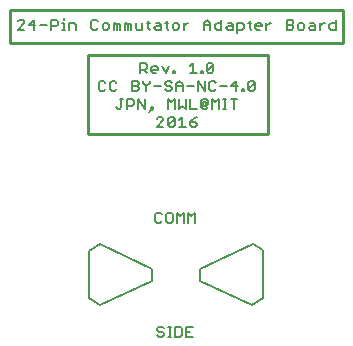
<source format=gto>
G75*
%MOIN*%
%OFA0B0*%
%FSLAX24Y24*%
%IPPOS*%
%LPD*%
%AMOC8*
5,1,8,0,0,1.08239X$1,22.5*
%
%ADD10C,0.0050*%
%ADD11C,0.0070*%
%ADD12C,0.0100*%
D10*
X009230Y012341D02*
X009601Y012107D01*
X011330Y012930D01*
X011330Y013330D01*
X009601Y014153D01*
X009230Y013919D01*
X009230Y012341D01*
X012930Y012930D02*
X012930Y013330D01*
X014682Y014164D01*
X015030Y013945D01*
X015030Y012357D01*
X014645Y012113D01*
X012930Y012930D01*
D11*
X012692Y011395D02*
X012472Y011395D01*
X012472Y011065D01*
X012692Y011065D01*
X012582Y011230D02*
X012472Y011230D01*
X012324Y011120D02*
X012269Y011065D01*
X012104Y011065D01*
X012104Y011395D01*
X012269Y011395D01*
X012324Y011340D01*
X012324Y011120D01*
X011968Y011065D02*
X011858Y011065D01*
X011913Y011065D02*
X011913Y011395D01*
X011858Y011395D02*
X011968Y011395D01*
X011710Y011340D02*
X011655Y011395D01*
X011545Y011395D01*
X011490Y011340D01*
X011490Y011285D01*
X011545Y011230D01*
X011655Y011230D01*
X011710Y011175D01*
X011710Y011120D01*
X011655Y011065D01*
X011545Y011065D01*
X011490Y011120D01*
X011483Y014865D02*
X011594Y014865D01*
X011649Y014920D01*
X011797Y014920D02*
X011852Y014865D01*
X011962Y014865D01*
X012017Y014920D01*
X012017Y015140D01*
X011962Y015195D01*
X011852Y015195D01*
X011797Y015140D01*
X011797Y014920D01*
X011649Y015140D02*
X011594Y015195D01*
X011483Y015195D01*
X011428Y015140D01*
X011428Y014920D01*
X011483Y014865D01*
X012165Y014865D02*
X012165Y015195D01*
X012275Y015085D01*
X012385Y015195D01*
X012385Y014865D01*
X012533Y014865D02*
X012533Y015195D01*
X012643Y015085D01*
X012754Y015195D01*
X012754Y014865D01*
X012758Y018052D02*
X012813Y018107D01*
X012813Y018162D01*
X012758Y018217D01*
X012593Y018217D01*
X012593Y018107D01*
X012648Y018052D01*
X012758Y018052D01*
X012593Y018217D02*
X012703Y018327D01*
X012813Y018382D01*
X012813Y018652D02*
X012593Y018652D01*
X012593Y018982D01*
X012445Y018982D02*
X012445Y018652D01*
X012335Y018762D01*
X012225Y018652D01*
X012225Y018982D01*
X012077Y018982D02*
X011967Y018872D01*
X011856Y018982D01*
X011856Y018652D01*
X012077Y018652D02*
X012077Y018982D01*
X012133Y019252D02*
X012133Y019472D01*
X012243Y019582D01*
X012353Y019472D01*
X012353Y019252D01*
X012353Y019417D02*
X012133Y019417D01*
X011985Y019362D02*
X011985Y019307D01*
X011929Y019252D01*
X011819Y019252D01*
X011764Y019307D01*
X011819Y019417D02*
X011929Y019417D01*
X011985Y019362D01*
X011985Y019527D02*
X011929Y019582D01*
X011819Y019582D01*
X011764Y019527D01*
X011764Y019472D01*
X011819Y019417D01*
X011616Y019417D02*
X011396Y019417D01*
X011248Y019527D02*
X011248Y019582D01*
X011248Y019527D02*
X011138Y019417D01*
X011138Y019252D01*
X011138Y019417D02*
X011028Y019527D01*
X011028Y019582D01*
X010880Y019527D02*
X010880Y019472D01*
X010825Y019417D01*
X010659Y019417D01*
X010659Y019252D02*
X010659Y019582D01*
X010825Y019582D01*
X010880Y019527D01*
X010825Y019417D02*
X010880Y019362D01*
X010880Y019307D01*
X010825Y019252D01*
X010659Y019252D01*
X010671Y018982D02*
X010726Y018927D01*
X010726Y018817D01*
X010671Y018762D01*
X010506Y018762D01*
X010506Y018652D02*
X010506Y018982D01*
X010671Y018982D01*
X010874Y018982D02*
X011094Y018652D01*
X011094Y018982D01*
X010874Y018982D02*
X010874Y018652D01*
X011243Y018542D02*
X011353Y018652D01*
X011298Y018652D01*
X011298Y018707D01*
X011353Y018707D01*
X011353Y018652D01*
X011543Y018382D02*
X011488Y018327D01*
X011543Y018382D02*
X011653Y018382D01*
X011708Y018327D01*
X011708Y018272D01*
X011488Y018052D01*
X011708Y018052D01*
X011856Y018107D02*
X012077Y018327D01*
X012077Y018107D01*
X012022Y018052D01*
X011911Y018052D01*
X011856Y018107D01*
X011856Y018327D01*
X011911Y018382D01*
X012022Y018382D01*
X012077Y018327D01*
X012225Y018272D02*
X012335Y018382D01*
X012335Y018052D01*
X012225Y018052D02*
X012445Y018052D01*
X013016Y018652D02*
X012961Y018707D01*
X012961Y018927D01*
X013016Y018982D01*
X013126Y018982D01*
X013182Y018927D01*
X013182Y018817D01*
X013126Y018762D01*
X013126Y018872D01*
X013016Y018872D01*
X013016Y018762D01*
X013126Y018762D01*
X013182Y018707D02*
X013126Y018652D01*
X013016Y018652D01*
X013330Y018652D02*
X013330Y018982D01*
X013440Y018872D01*
X013550Y018982D01*
X013550Y018652D01*
X013698Y018652D02*
X013808Y018652D01*
X013753Y018652D02*
X013753Y018982D01*
X013698Y018982D02*
X013808Y018982D01*
X013944Y018982D02*
X014164Y018982D01*
X014054Y018982D02*
X014054Y018652D01*
X014139Y019252D02*
X014139Y019582D01*
X013974Y019417D01*
X014194Y019417D01*
X014343Y019307D02*
X014398Y019307D01*
X014398Y019252D01*
X014343Y019252D01*
X014343Y019307D01*
X014527Y019307D02*
X014747Y019527D01*
X014747Y019307D01*
X014692Y019252D01*
X014582Y019252D01*
X014527Y019307D01*
X014527Y019527D01*
X014582Y019582D01*
X014692Y019582D01*
X014747Y019527D01*
X013826Y019417D02*
X013606Y019417D01*
X013458Y019527D02*
X013403Y019582D01*
X013293Y019582D01*
X013238Y019527D01*
X013238Y019307D01*
X013293Y019252D01*
X013403Y019252D01*
X013458Y019307D01*
X013089Y019252D02*
X013089Y019582D01*
X012869Y019582D02*
X013089Y019252D01*
X012869Y019252D02*
X012869Y019582D01*
X012721Y019417D02*
X012501Y019417D01*
X012593Y019852D02*
X012813Y019852D01*
X012703Y019852D02*
X012703Y020182D01*
X012593Y020072D01*
X012961Y019907D02*
X013016Y019907D01*
X013016Y019852D01*
X012961Y019852D01*
X012961Y019907D01*
X013146Y019907D02*
X013146Y020127D01*
X013201Y020182D01*
X013311Y020182D01*
X013366Y020127D01*
X013146Y019907D01*
X013201Y019852D01*
X013311Y019852D01*
X013366Y019907D01*
X013366Y020127D01*
X014158Y021192D02*
X014158Y021522D01*
X014324Y021522D01*
X014379Y021467D01*
X014379Y021357D01*
X014324Y021302D01*
X014158Y021302D01*
X014010Y021302D02*
X013845Y021302D01*
X013790Y021357D01*
X013845Y021412D01*
X014010Y021412D01*
X014010Y021467D02*
X014010Y021302D01*
X014010Y021467D02*
X013955Y021522D01*
X013845Y021522D01*
X013642Y021522D02*
X013477Y021522D01*
X013422Y021467D01*
X013422Y021357D01*
X013477Y021302D01*
X013642Y021302D01*
X013642Y021632D01*
X013274Y021522D02*
X013274Y021302D01*
X013274Y021467D02*
X013053Y021467D01*
X013053Y021522D02*
X013053Y021302D01*
X013053Y021522D02*
X013164Y021632D01*
X013274Y021522D01*
X012543Y021522D02*
X012488Y021522D01*
X012378Y021412D01*
X012378Y021302D02*
X012378Y021522D01*
X012230Y021467D02*
X012175Y021522D01*
X012065Y021522D01*
X012010Y021467D01*
X012010Y021357D01*
X012065Y021302D01*
X012175Y021302D01*
X012230Y021357D01*
X012230Y021467D01*
X011874Y021522D02*
X011764Y021522D01*
X011819Y021577D02*
X011819Y021357D01*
X011874Y021302D01*
X011616Y021302D02*
X011451Y021302D01*
X011396Y021357D01*
X011451Y021412D01*
X011616Y021412D01*
X011616Y021467D02*
X011616Y021302D01*
X011616Y021467D02*
X011561Y021522D01*
X011451Y021522D01*
X011261Y021522D02*
X011150Y021522D01*
X011206Y021577D02*
X011206Y021357D01*
X011261Y021302D01*
X011002Y021302D02*
X011002Y021522D01*
X010782Y021522D02*
X010782Y021357D01*
X010837Y021302D01*
X011002Y021302D01*
X010634Y021302D02*
X010634Y021467D01*
X010579Y021522D01*
X010524Y021467D01*
X010524Y021302D01*
X010414Y021302D02*
X010414Y021522D01*
X010469Y021522D01*
X010524Y021467D01*
X010266Y021467D02*
X010211Y021522D01*
X010156Y021467D01*
X010156Y021302D01*
X010266Y021302D02*
X010266Y021467D01*
X010156Y021467D02*
X010101Y021522D01*
X010046Y021522D01*
X010046Y021302D01*
X009897Y021357D02*
X009897Y021467D01*
X009842Y021522D01*
X009732Y021522D01*
X009677Y021467D01*
X009677Y021357D01*
X009732Y021302D01*
X009842Y021302D01*
X009897Y021357D01*
X009529Y021357D02*
X009474Y021302D01*
X009364Y021302D01*
X009309Y021357D01*
X009309Y021577D01*
X009364Y021632D01*
X009474Y021632D01*
X009529Y021577D01*
X008792Y021467D02*
X008792Y021302D01*
X008792Y021467D02*
X008737Y021522D01*
X008572Y021522D01*
X008572Y021302D01*
X008437Y021302D02*
X008327Y021302D01*
X008382Y021302D02*
X008382Y021522D01*
X008327Y021522D01*
X008382Y021632D02*
X008382Y021687D01*
X008179Y021577D02*
X008179Y021467D01*
X008124Y021412D01*
X007958Y021412D01*
X007958Y021302D02*
X007958Y021632D01*
X008124Y021632D01*
X008179Y021577D01*
X007810Y021467D02*
X007590Y021467D01*
X007442Y021467D02*
X007222Y021467D01*
X007387Y021632D01*
X007387Y021302D01*
X007074Y021302D02*
X006853Y021302D01*
X007074Y021522D01*
X007074Y021577D01*
X007019Y021632D01*
X006909Y021632D01*
X006853Y021577D01*
X009554Y019527D02*
X009554Y019307D01*
X009609Y019252D01*
X009720Y019252D01*
X009775Y019307D01*
X009923Y019307D02*
X009978Y019252D01*
X010088Y019252D01*
X010143Y019307D01*
X010143Y019527D02*
X010088Y019582D01*
X009978Y019582D01*
X009923Y019527D01*
X009923Y019307D01*
X009775Y019527D02*
X009720Y019582D01*
X009609Y019582D01*
X009554Y019527D01*
X010248Y018982D02*
X010358Y018982D01*
X010303Y018982D02*
X010303Y018707D01*
X010248Y018652D01*
X010193Y018652D01*
X010138Y018707D01*
X010936Y019852D02*
X010936Y020182D01*
X011101Y020182D01*
X011156Y020127D01*
X011156Y020017D01*
X011101Y019962D01*
X010936Y019962D01*
X011046Y019962D02*
X011156Y019852D01*
X011304Y019907D02*
X011304Y020017D01*
X011359Y020072D01*
X011469Y020072D01*
X011524Y020017D01*
X011524Y019962D01*
X011304Y019962D01*
X011304Y019907D02*
X011359Y019852D01*
X011469Y019852D01*
X011672Y020072D02*
X011782Y019852D01*
X011892Y020072D01*
X012041Y019907D02*
X012096Y019907D01*
X012096Y019852D01*
X012041Y019852D01*
X012041Y019907D01*
X014527Y021522D02*
X014637Y021522D01*
X014582Y021577D02*
X014582Y021357D01*
X014637Y021302D01*
X014772Y021357D02*
X014772Y021467D01*
X014827Y021522D01*
X014937Y021522D01*
X014992Y021467D01*
X014992Y021412D01*
X014772Y021412D01*
X014772Y021357D02*
X014827Y021302D01*
X014937Y021302D01*
X015141Y021302D02*
X015141Y021522D01*
X015251Y021522D02*
X015306Y021522D01*
X015251Y021522D02*
X015141Y021412D01*
X015816Y021467D02*
X015981Y021467D01*
X016036Y021412D01*
X016036Y021357D01*
X015981Y021302D01*
X015816Y021302D01*
X015816Y021632D01*
X015981Y021632D01*
X016036Y021577D01*
X016036Y021522D01*
X015981Y021467D01*
X016184Y021467D02*
X016239Y021522D01*
X016349Y021522D01*
X016404Y021467D01*
X016404Y021357D01*
X016349Y021302D01*
X016239Y021302D01*
X016184Y021357D01*
X016184Y021467D01*
X016552Y021357D02*
X016607Y021412D01*
X016773Y021412D01*
X016773Y021467D02*
X016773Y021302D01*
X016607Y021302D01*
X016552Y021357D01*
X016607Y021522D02*
X016718Y021522D01*
X016773Y021467D01*
X016921Y021522D02*
X016921Y021302D01*
X016921Y021412D02*
X017031Y021522D01*
X017086Y021522D01*
X017228Y021467D02*
X017283Y021522D01*
X017448Y021522D01*
X017448Y021632D02*
X017448Y021302D01*
X017283Y021302D01*
X017228Y021357D01*
X017228Y021467D01*
D12*
X017690Y021967D02*
X017690Y020867D01*
X006590Y020867D01*
X006590Y021967D01*
X017690Y021967D01*
X015190Y020442D02*
X015190Y017817D01*
X009190Y017817D01*
X009190Y020442D01*
X015190Y020442D01*
M02*

</source>
